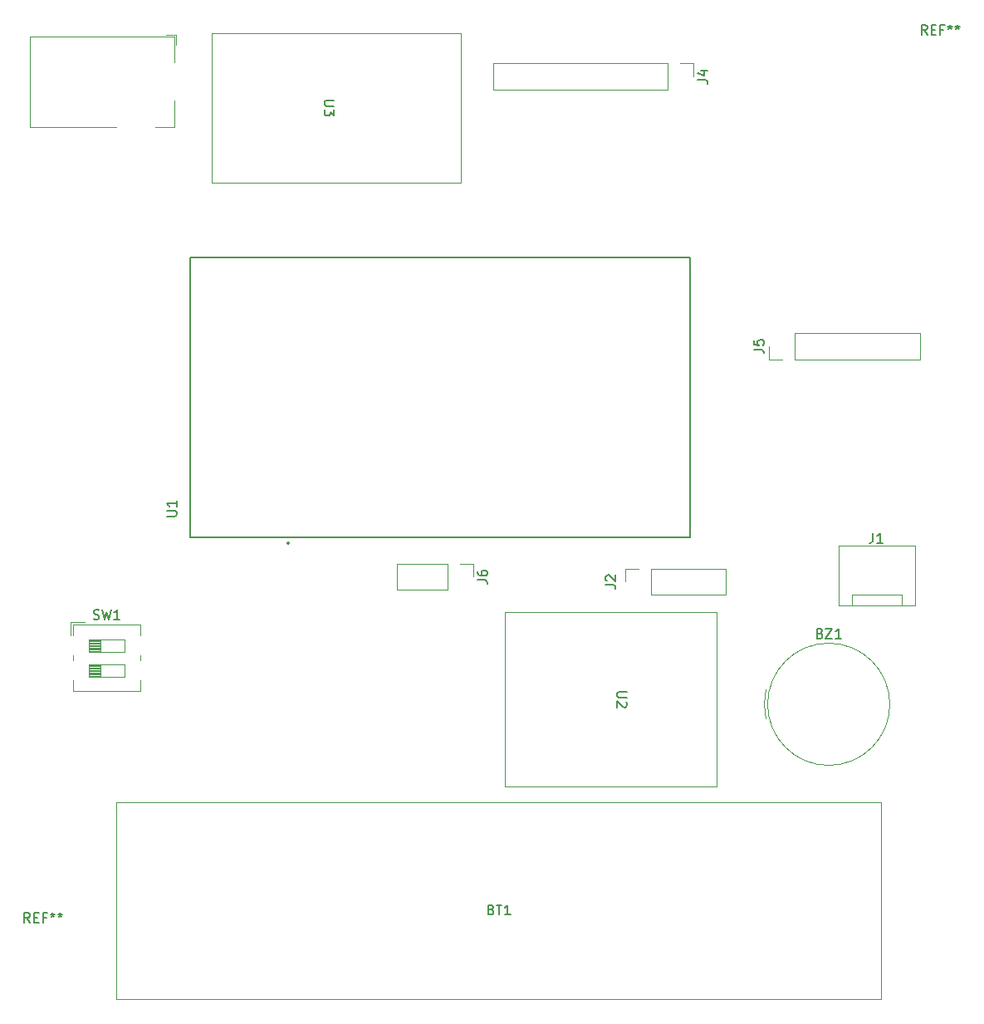
<source format=gbr>
%TF.GenerationSoftware,KiCad,Pcbnew,8.0.4*%
%TF.CreationDate,2024-09-22T15:15:57-05:00*%
%TF.ProjectId,PCB 1,50434220-312e-46b6-9963-61645f706362,rev?*%
%TF.SameCoordinates,Original*%
%TF.FileFunction,Legend,Top*%
%TF.FilePolarity,Positive*%
%FSLAX46Y46*%
G04 Gerber Fmt 4.6, Leading zero omitted, Abs format (unit mm)*
G04 Created by KiCad (PCBNEW 8.0.4) date 2024-09-22 15:15:57*
%MOMM*%
%LPD*%
G01*
G04 APERTURE LIST*
%ADD10C,0.150000*%
%ADD11C,0.120000*%
%ADD12C,0.200000*%
%ADD13C,0.127000*%
G04 APERTURE END LIST*
D10*
X148324819Y-106833333D02*
X149039104Y-106833333D01*
X149039104Y-106833333D02*
X149181961Y-106880952D01*
X149181961Y-106880952D02*
X149277200Y-106976190D01*
X149277200Y-106976190D02*
X149324819Y-107119047D01*
X149324819Y-107119047D02*
X149324819Y-107214285D01*
X148324819Y-105928571D02*
X148324819Y-106119047D01*
X148324819Y-106119047D02*
X148372438Y-106214285D01*
X148372438Y-106214285D02*
X148420057Y-106261904D01*
X148420057Y-106261904D02*
X148562914Y-106357142D01*
X148562914Y-106357142D02*
X148753390Y-106404761D01*
X148753390Y-106404761D02*
X149134342Y-106404761D01*
X149134342Y-106404761D02*
X149229580Y-106357142D01*
X149229580Y-106357142D02*
X149277200Y-106309523D01*
X149277200Y-106309523D02*
X149324819Y-106214285D01*
X149324819Y-106214285D02*
X149324819Y-106023809D01*
X149324819Y-106023809D02*
X149277200Y-105928571D01*
X149277200Y-105928571D02*
X149229580Y-105880952D01*
X149229580Y-105880952D02*
X149134342Y-105833333D01*
X149134342Y-105833333D02*
X148896247Y-105833333D01*
X148896247Y-105833333D02*
X148801009Y-105880952D01*
X148801009Y-105880952D02*
X148753390Y-105928571D01*
X148753390Y-105928571D02*
X148705771Y-106023809D01*
X148705771Y-106023809D02*
X148705771Y-106214285D01*
X148705771Y-106214285D02*
X148753390Y-106309523D01*
X148753390Y-106309523D02*
X148801009Y-106357142D01*
X148801009Y-106357142D02*
X148896247Y-106404761D01*
X176504819Y-83333333D02*
X177219104Y-83333333D01*
X177219104Y-83333333D02*
X177361961Y-83380952D01*
X177361961Y-83380952D02*
X177457200Y-83476190D01*
X177457200Y-83476190D02*
X177504819Y-83619047D01*
X177504819Y-83619047D02*
X177504819Y-83714285D01*
X176504819Y-82380952D02*
X176504819Y-82857142D01*
X176504819Y-82857142D02*
X176981009Y-82904761D01*
X176981009Y-82904761D02*
X176933390Y-82857142D01*
X176933390Y-82857142D02*
X176885771Y-82761904D01*
X176885771Y-82761904D02*
X176885771Y-82523809D01*
X176885771Y-82523809D02*
X176933390Y-82428571D01*
X176933390Y-82428571D02*
X176981009Y-82380952D01*
X176981009Y-82380952D02*
X177076247Y-82333333D01*
X177076247Y-82333333D02*
X177314342Y-82333333D01*
X177314342Y-82333333D02*
X177409580Y-82380952D01*
X177409580Y-82380952D02*
X177457200Y-82428571D01*
X177457200Y-82428571D02*
X177504819Y-82523809D01*
X177504819Y-82523809D02*
X177504819Y-82761904D01*
X177504819Y-82761904D02*
X177457200Y-82857142D01*
X177457200Y-82857142D02*
X177409580Y-82904761D01*
X170784819Y-55833333D02*
X171499104Y-55833333D01*
X171499104Y-55833333D02*
X171641961Y-55880952D01*
X171641961Y-55880952D02*
X171737200Y-55976190D01*
X171737200Y-55976190D02*
X171784819Y-56119047D01*
X171784819Y-56119047D02*
X171784819Y-56214285D01*
X171118152Y-54928571D02*
X171784819Y-54928571D01*
X170737200Y-55166666D02*
X171451485Y-55404761D01*
X171451485Y-55404761D02*
X171451485Y-54785714D01*
X133705180Y-57928095D02*
X132895657Y-57928095D01*
X132895657Y-57928095D02*
X132800419Y-57975714D01*
X132800419Y-57975714D02*
X132752800Y-58023333D01*
X132752800Y-58023333D02*
X132705180Y-58118571D01*
X132705180Y-58118571D02*
X132705180Y-58309047D01*
X132705180Y-58309047D02*
X132752800Y-58404285D01*
X132752800Y-58404285D02*
X132800419Y-58451904D01*
X132800419Y-58451904D02*
X132895657Y-58499523D01*
X132895657Y-58499523D02*
X133705180Y-58499523D01*
X133705180Y-58880476D02*
X133705180Y-59499523D01*
X133705180Y-59499523D02*
X133324228Y-59166190D01*
X133324228Y-59166190D02*
X133324228Y-59309047D01*
X133324228Y-59309047D02*
X133276609Y-59404285D01*
X133276609Y-59404285D02*
X133228990Y-59451904D01*
X133228990Y-59451904D02*
X133133752Y-59499523D01*
X133133752Y-59499523D02*
X132895657Y-59499523D01*
X132895657Y-59499523D02*
X132800419Y-59451904D01*
X132800419Y-59451904D02*
X132752800Y-59404285D01*
X132752800Y-59404285D02*
X132705180Y-59309047D01*
X132705180Y-59309047D02*
X132705180Y-59023333D01*
X132705180Y-59023333D02*
X132752800Y-58928095D01*
X132752800Y-58928095D02*
X132800419Y-58880476D01*
X188626666Y-102054819D02*
X188626666Y-102769104D01*
X188626666Y-102769104D02*
X188579047Y-102911961D01*
X188579047Y-102911961D02*
X188483809Y-103007200D01*
X188483809Y-103007200D02*
X188340952Y-103054819D01*
X188340952Y-103054819D02*
X188245714Y-103054819D01*
X189626666Y-103054819D02*
X189055238Y-103054819D01*
X189340952Y-103054819D02*
X189340952Y-102054819D01*
X189340952Y-102054819D02*
X189245714Y-102197676D01*
X189245714Y-102197676D02*
X189150476Y-102292914D01*
X189150476Y-102292914D02*
X189055238Y-102340533D01*
X109176667Y-110797200D02*
X109319524Y-110844819D01*
X109319524Y-110844819D02*
X109557619Y-110844819D01*
X109557619Y-110844819D02*
X109652857Y-110797200D01*
X109652857Y-110797200D02*
X109700476Y-110749580D01*
X109700476Y-110749580D02*
X109748095Y-110654342D01*
X109748095Y-110654342D02*
X109748095Y-110559104D01*
X109748095Y-110559104D02*
X109700476Y-110463866D01*
X109700476Y-110463866D02*
X109652857Y-110416247D01*
X109652857Y-110416247D02*
X109557619Y-110368628D01*
X109557619Y-110368628D02*
X109367143Y-110321009D01*
X109367143Y-110321009D02*
X109271905Y-110273390D01*
X109271905Y-110273390D02*
X109224286Y-110225771D01*
X109224286Y-110225771D02*
X109176667Y-110130533D01*
X109176667Y-110130533D02*
X109176667Y-110035295D01*
X109176667Y-110035295D02*
X109224286Y-109940057D01*
X109224286Y-109940057D02*
X109271905Y-109892438D01*
X109271905Y-109892438D02*
X109367143Y-109844819D01*
X109367143Y-109844819D02*
X109605238Y-109844819D01*
X109605238Y-109844819D02*
X109748095Y-109892438D01*
X110081429Y-109844819D02*
X110319524Y-110844819D01*
X110319524Y-110844819D02*
X110510000Y-110130533D01*
X110510000Y-110130533D02*
X110700476Y-110844819D01*
X110700476Y-110844819D02*
X110938572Y-109844819D01*
X111843333Y-110844819D02*
X111271905Y-110844819D01*
X111557619Y-110844819D02*
X111557619Y-109844819D01*
X111557619Y-109844819D02*
X111462381Y-109987676D01*
X111462381Y-109987676D02*
X111367143Y-110082914D01*
X111367143Y-110082914D02*
X111271905Y-110130533D01*
X102666666Y-141754819D02*
X102333333Y-141278628D01*
X102095238Y-141754819D02*
X102095238Y-140754819D01*
X102095238Y-140754819D02*
X102476190Y-140754819D01*
X102476190Y-140754819D02*
X102571428Y-140802438D01*
X102571428Y-140802438D02*
X102619047Y-140850057D01*
X102619047Y-140850057D02*
X102666666Y-140945295D01*
X102666666Y-140945295D02*
X102666666Y-141088152D01*
X102666666Y-141088152D02*
X102619047Y-141183390D01*
X102619047Y-141183390D02*
X102571428Y-141231009D01*
X102571428Y-141231009D02*
X102476190Y-141278628D01*
X102476190Y-141278628D02*
X102095238Y-141278628D01*
X103095238Y-141231009D02*
X103428571Y-141231009D01*
X103571428Y-141754819D02*
X103095238Y-141754819D01*
X103095238Y-141754819D02*
X103095238Y-140754819D01*
X103095238Y-140754819D02*
X103571428Y-140754819D01*
X104333333Y-141231009D02*
X104000000Y-141231009D01*
X104000000Y-141754819D02*
X104000000Y-140754819D01*
X104000000Y-140754819D02*
X104476190Y-140754819D01*
X105000000Y-140754819D02*
X105000000Y-140992914D01*
X104761905Y-140897676D02*
X105000000Y-140992914D01*
X105000000Y-140992914D02*
X105238095Y-140897676D01*
X104857143Y-141183390D02*
X105000000Y-140992914D01*
X105000000Y-140992914D02*
X105142857Y-141183390D01*
X105761905Y-140754819D02*
X105761905Y-140992914D01*
X105523810Y-140897676D02*
X105761905Y-140992914D01*
X105761905Y-140992914D02*
X106000000Y-140897676D01*
X105619048Y-141183390D02*
X105761905Y-140992914D01*
X105761905Y-140992914D02*
X105904762Y-141183390D01*
X194166666Y-51254819D02*
X193833333Y-50778628D01*
X193595238Y-51254819D02*
X193595238Y-50254819D01*
X193595238Y-50254819D02*
X193976190Y-50254819D01*
X193976190Y-50254819D02*
X194071428Y-50302438D01*
X194071428Y-50302438D02*
X194119047Y-50350057D01*
X194119047Y-50350057D02*
X194166666Y-50445295D01*
X194166666Y-50445295D02*
X194166666Y-50588152D01*
X194166666Y-50588152D02*
X194119047Y-50683390D01*
X194119047Y-50683390D02*
X194071428Y-50731009D01*
X194071428Y-50731009D02*
X193976190Y-50778628D01*
X193976190Y-50778628D02*
X193595238Y-50778628D01*
X194595238Y-50731009D02*
X194928571Y-50731009D01*
X195071428Y-51254819D02*
X194595238Y-51254819D01*
X194595238Y-51254819D02*
X194595238Y-50254819D01*
X194595238Y-50254819D02*
X195071428Y-50254819D01*
X195833333Y-50731009D02*
X195500000Y-50731009D01*
X195500000Y-51254819D02*
X195500000Y-50254819D01*
X195500000Y-50254819D02*
X195976190Y-50254819D01*
X196500000Y-50254819D02*
X196500000Y-50492914D01*
X196261905Y-50397676D02*
X196500000Y-50492914D01*
X196500000Y-50492914D02*
X196738095Y-50397676D01*
X196357143Y-50683390D02*
X196500000Y-50492914D01*
X196500000Y-50492914D02*
X196642857Y-50683390D01*
X197261905Y-50254819D02*
X197261905Y-50492914D01*
X197023810Y-50397676D02*
X197261905Y-50492914D01*
X197261905Y-50492914D02*
X197500000Y-50397676D01*
X197119048Y-50683390D02*
X197261905Y-50492914D01*
X197261905Y-50492914D02*
X197404762Y-50683390D01*
X183248263Y-112261009D02*
X183391120Y-112308628D01*
X183391120Y-112308628D02*
X183438739Y-112356247D01*
X183438739Y-112356247D02*
X183486358Y-112451485D01*
X183486358Y-112451485D02*
X183486358Y-112594342D01*
X183486358Y-112594342D02*
X183438739Y-112689580D01*
X183438739Y-112689580D02*
X183391120Y-112737200D01*
X183391120Y-112737200D02*
X183295882Y-112784819D01*
X183295882Y-112784819D02*
X182914930Y-112784819D01*
X182914930Y-112784819D02*
X182914930Y-111784819D01*
X182914930Y-111784819D02*
X183248263Y-111784819D01*
X183248263Y-111784819D02*
X183343501Y-111832438D01*
X183343501Y-111832438D02*
X183391120Y-111880057D01*
X183391120Y-111880057D02*
X183438739Y-111975295D01*
X183438739Y-111975295D02*
X183438739Y-112070533D01*
X183438739Y-112070533D02*
X183391120Y-112165771D01*
X183391120Y-112165771D02*
X183343501Y-112213390D01*
X183343501Y-112213390D02*
X183248263Y-112261009D01*
X183248263Y-112261009D02*
X182914930Y-112261009D01*
X183819692Y-111784819D02*
X184486358Y-111784819D01*
X184486358Y-111784819D02*
X183819692Y-112784819D01*
X183819692Y-112784819D02*
X184486358Y-112784819D01*
X185391120Y-112784819D02*
X184819692Y-112784819D01*
X185105406Y-112784819D02*
X185105406Y-111784819D01*
X185105406Y-111784819D02*
X185010168Y-111927676D01*
X185010168Y-111927676D02*
X184914930Y-112022914D01*
X184914930Y-112022914D02*
X184819692Y-112070533D01*
X149714285Y-140431009D02*
X149857142Y-140478628D01*
X149857142Y-140478628D02*
X149904761Y-140526247D01*
X149904761Y-140526247D02*
X149952380Y-140621485D01*
X149952380Y-140621485D02*
X149952380Y-140764342D01*
X149952380Y-140764342D02*
X149904761Y-140859580D01*
X149904761Y-140859580D02*
X149857142Y-140907200D01*
X149857142Y-140907200D02*
X149761904Y-140954819D01*
X149761904Y-140954819D02*
X149380952Y-140954819D01*
X149380952Y-140954819D02*
X149380952Y-139954819D01*
X149380952Y-139954819D02*
X149714285Y-139954819D01*
X149714285Y-139954819D02*
X149809523Y-140002438D01*
X149809523Y-140002438D02*
X149857142Y-140050057D01*
X149857142Y-140050057D02*
X149904761Y-140145295D01*
X149904761Y-140145295D02*
X149904761Y-140240533D01*
X149904761Y-140240533D02*
X149857142Y-140335771D01*
X149857142Y-140335771D02*
X149809523Y-140383390D01*
X149809523Y-140383390D02*
X149714285Y-140431009D01*
X149714285Y-140431009D02*
X149380952Y-140431009D01*
X150238095Y-139954819D02*
X150809523Y-139954819D01*
X150523809Y-140954819D02*
X150523809Y-139954819D01*
X151666666Y-140954819D02*
X151095238Y-140954819D01*
X151380952Y-140954819D02*
X151380952Y-139954819D01*
X151380952Y-139954819D02*
X151285714Y-140097676D01*
X151285714Y-140097676D02*
X151190476Y-140192914D01*
X151190476Y-140192914D02*
X151095238Y-140240533D01*
X161384819Y-107333333D02*
X162099104Y-107333333D01*
X162099104Y-107333333D02*
X162241961Y-107380952D01*
X162241961Y-107380952D02*
X162337200Y-107476190D01*
X162337200Y-107476190D02*
X162384819Y-107619047D01*
X162384819Y-107619047D02*
X162384819Y-107714285D01*
X161480057Y-106904761D02*
X161432438Y-106857142D01*
X161432438Y-106857142D02*
X161384819Y-106761904D01*
X161384819Y-106761904D02*
X161384819Y-106523809D01*
X161384819Y-106523809D02*
X161432438Y-106428571D01*
X161432438Y-106428571D02*
X161480057Y-106380952D01*
X161480057Y-106380952D02*
X161575295Y-106333333D01*
X161575295Y-106333333D02*
X161670533Y-106333333D01*
X161670533Y-106333333D02*
X161813390Y-106380952D01*
X161813390Y-106380952D02*
X162384819Y-106952380D01*
X162384819Y-106952380D02*
X162384819Y-106333333D01*
X163545180Y-118238095D02*
X162735657Y-118238095D01*
X162735657Y-118238095D02*
X162640419Y-118285714D01*
X162640419Y-118285714D02*
X162592800Y-118333333D01*
X162592800Y-118333333D02*
X162545180Y-118428571D01*
X162545180Y-118428571D02*
X162545180Y-118619047D01*
X162545180Y-118619047D02*
X162592800Y-118714285D01*
X162592800Y-118714285D02*
X162640419Y-118761904D01*
X162640419Y-118761904D02*
X162735657Y-118809523D01*
X162735657Y-118809523D02*
X163545180Y-118809523D01*
X163449942Y-119238095D02*
X163497561Y-119285714D01*
X163497561Y-119285714D02*
X163545180Y-119380952D01*
X163545180Y-119380952D02*
X163545180Y-119619047D01*
X163545180Y-119619047D02*
X163497561Y-119714285D01*
X163497561Y-119714285D02*
X163449942Y-119761904D01*
X163449942Y-119761904D02*
X163354704Y-119809523D01*
X163354704Y-119809523D02*
X163259466Y-119809523D01*
X163259466Y-119809523D02*
X163116609Y-119761904D01*
X163116609Y-119761904D02*
X162545180Y-119190476D01*
X162545180Y-119190476D02*
X162545180Y-119809523D01*
X116629819Y-100336904D02*
X117439342Y-100336904D01*
X117439342Y-100336904D02*
X117534580Y-100289285D01*
X117534580Y-100289285D02*
X117582200Y-100241666D01*
X117582200Y-100241666D02*
X117629819Y-100146428D01*
X117629819Y-100146428D02*
X117629819Y-99955952D01*
X117629819Y-99955952D02*
X117582200Y-99860714D01*
X117582200Y-99860714D02*
X117534580Y-99813095D01*
X117534580Y-99813095D02*
X117439342Y-99765476D01*
X117439342Y-99765476D02*
X116629819Y-99765476D01*
X117629819Y-98765476D02*
X117629819Y-99336904D01*
X117629819Y-99051190D02*
X116629819Y-99051190D01*
X116629819Y-99051190D02*
X116772676Y-99146428D01*
X116772676Y-99146428D02*
X116867914Y-99241666D01*
X116867914Y-99241666D02*
X116915533Y-99336904D01*
D11*
%TO.C,J6*%
X147870000Y-105170000D02*
X147870000Y-106500000D01*
X146540000Y-105170000D02*
X147870000Y-105170000D01*
X145270000Y-105170000D02*
X140130000Y-105170000D01*
X145270000Y-105170000D02*
X145270000Y-107830000D01*
X140130000Y-105170000D02*
X140130000Y-107830000D01*
X145270000Y-107830000D02*
X140130000Y-107830000D01*
%TO.C,J5*%
X178050000Y-84330000D02*
X178050000Y-83000000D01*
X179380000Y-84330000D02*
X178050000Y-84330000D01*
X180650000Y-84330000D02*
X193410000Y-84330000D01*
X180650000Y-84330000D02*
X180650000Y-81670000D01*
X193410000Y-84330000D02*
X193410000Y-81670000D01*
X180650000Y-81670000D02*
X193410000Y-81670000D01*
%TO.C,J4*%
X170330000Y-54170000D02*
X170330000Y-55500000D01*
X169000000Y-54170000D02*
X170330000Y-54170000D01*
X167730000Y-54170000D02*
X149890000Y-54170000D01*
X167730000Y-54170000D02*
X167730000Y-56830000D01*
X149890000Y-54170000D02*
X149890000Y-56830000D01*
X167730000Y-56830000D02*
X149890000Y-56830000D01*
%TO.C,U3*%
X146630000Y-51070000D02*
X121230000Y-51070000D01*
X121230000Y-66310000D01*
X146630000Y-66310000D01*
X146630000Y-51070000D01*
%TO.C,J1*%
X185110000Y-103350000D02*
X192910000Y-103350000D01*
X185110000Y-109400000D02*
X185110000Y-103350000D01*
X186460000Y-108290000D02*
X191540000Y-108290000D01*
X186460000Y-109300000D02*
X186460000Y-108290000D01*
X191540000Y-108290000D02*
X191540000Y-109300000D01*
X192910000Y-103350000D02*
X192910000Y-109400000D01*
X192910000Y-109400000D02*
X185110000Y-109400000D01*
%TO.C,J3*%
X102700000Y-51442500D02*
X117400000Y-51442500D01*
X102700000Y-60642500D02*
X102700000Y-51442500D01*
X111500000Y-60642500D02*
X102700000Y-60642500D01*
X116550000Y-51242500D02*
X117600000Y-51242500D01*
X117400000Y-51442500D02*
X117400000Y-54042500D01*
X117400000Y-57942500D02*
X117400000Y-60642500D01*
X117400000Y-60642500D02*
X115500000Y-60642500D01*
X117600000Y-52292500D02*
X117600000Y-51242500D01*
%TO.C,SW1*%
X106860000Y-111150000D02*
X106860000Y-112460000D01*
X106860000Y-111150000D02*
X108243000Y-111150000D01*
X107100000Y-111390000D02*
X107100000Y-112460000D01*
X107100000Y-111390000D02*
X113921000Y-111390000D01*
X107100000Y-114540000D02*
X107100000Y-115051000D01*
X107100000Y-117030000D02*
X107100000Y-118150000D01*
X107100000Y-118150000D02*
X113921000Y-118150000D01*
X108700000Y-112865000D02*
X108700000Y-114135000D01*
X108700000Y-112985000D02*
X109906667Y-112985000D01*
X108700000Y-113105000D02*
X109906667Y-113105000D01*
X108700000Y-113225000D02*
X109906667Y-113225000D01*
X108700000Y-113345000D02*
X109906667Y-113345000D01*
X108700000Y-113465000D02*
X109906667Y-113465000D01*
X108700000Y-113585000D02*
X109906667Y-113585000D01*
X108700000Y-113705000D02*
X109906667Y-113705000D01*
X108700000Y-113825000D02*
X109906667Y-113825000D01*
X108700000Y-113945000D02*
X109906667Y-113945000D01*
X108700000Y-114065000D02*
X109906667Y-114065000D01*
X108700000Y-114135000D02*
X112320000Y-114135000D01*
X108700000Y-115405000D02*
X108700000Y-116675000D01*
X108700000Y-115525000D02*
X109906667Y-115525000D01*
X108700000Y-115645000D02*
X109906667Y-115645000D01*
X108700000Y-115765000D02*
X109906667Y-115765000D01*
X108700000Y-115885000D02*
X109906667Y-115885000D01*
X108700000Y-116005000D02*
X109906667Y-116005000D01*
X108700000Y-116125000D02*
X109906667Y-116125000D01*
X108700000Y-116245000D02*
X109906667Y-116245000D01*
X108700000Y-116365000D02*
X109906667Y-116365000D01*
X108700000Y-116485000D02*
X109906667Y-116485000D01*
X108700000Y-116605000D02*
X109906667Y-116605000D01*
X108700000Y-116675000D02*
X112320000Y-116675000D01*
X109906667Y-112865000D02*
X109906667Y-114135000D01*
X109906667Y-115405000D02*
X109906667Y-116675000D01*
X112320000Y-112865000D02*
X108700000Y-112865000D01*
X112320000Y-114135000D02*
X112320000Y-112865000D01*
X112320000Y-115405000D02*
X108700000Y-115405000D01*
X112320000Y-116675000D02*
X112320000Y-115405000D01*
X113921000Y-111390000D02*
X113921000Y-112510000D01*
X113921000Y-114490000D02*
X113921000Y-115051000D01*
X113921000Y-117030000D02*
X113921000Y-118150000D01*
%TO.C,BZ1*%
X177729216Y-120999999D02*
G75*
G02*
X177729216Y-118000000I6400000J1499999D01*
G01*
X190359216Y-119500000D02*
G75*
G02*
X177899216Y-119500000I-6230000J0D01*
G01*
X177899216Y-119500000D02*
G75*
G02*
X190359216Y-119500000I6230000J0D01*
G01*
%TO.C,BT1*%
X111500000Y-129450000D02*
X189500000Y-129450000D01*
X111500000Y-149550000D02*
X111500000Y-129450000D01*
X189500000Y-129450000D02*
X189500000Y-149550000D01*
X189500000Y-149550000D02*
X111500000Y-149550000D01*
%TO.C,J2*%
X163370000Y-105670000D02*
X164700000Y-105670000D01*
X163370000Y-107000000D02*
X163370000Y-105670000D01*
X165970000Y-105670000D02*
X173650000Y-105670000D01*
X165970000Y-108330000D02*
X165970000Y-105670000D01*
X165970000Y-108330000D02*
X173650000Y-108330000D01*
X173650000Y-108330000D02*
X173650000Y-105670000D01*
%TO.C,U2*%
X172660000Y-110110000D02*
X151070000Y-110110000D01*
X151070000Y-127890000D01*
X172660000Y-127890000D01*
X172660000Y-110110000D01*
D12*
%TO.C,U1*%
X129120000Y-103070000D02*
G75*
G02*
X128920000Y-103070000I-100000J0D01*
G01*
X128920000Y-103070000D02*
G75*
G02*
X129120000Y-103070000I100000J0D01*
G01*
D13*
X170010000Y-102500000D02*
X170010000Y-97130000D01*
X170010000Y-102500000D02*
X119060000Y-102500000D01*
X170010000Y-102500000D02*
X119060000Y-102500000D01*
X170010000Y-97130000D02*
X170010000Y-79440000D01*
X170010000Y-79440000D02*
X170010000Y-73990000D01*
X170010000Y-73990000D02*
X170010000Y-102500000D01*
X119060000Y-102500000D02*
X119060000Y-91431000D01*
X119060000Y-102500000D02*
X119060000Y-73990000D01*
X119060000Y-91431000D02*
X119060000Y-84720000D01*
X119060000Y-84720000D02*
X119060000Y-73990000D01*
X119060000Y-73990000D02*
X170010000Y-73990000D01*
X119060000Y-73990000D02*
X170010000Y-73990000D01*
%TD*%
M02*

</source>
